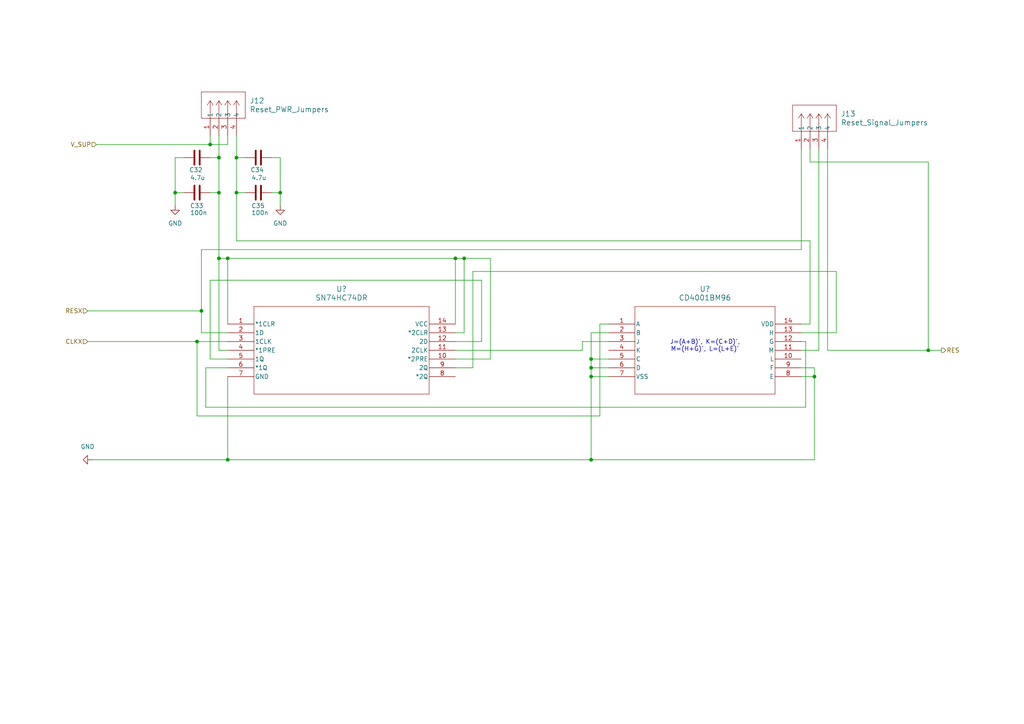
<source format=kicad_sch>
(kicad_sch (version 20231120) (generator "eeschema") (generator_version "8.0")
  (paper "A4")
  (lib_symbols
    (symbol "2x2Header:TSM-102-01-L-DV-P-TR" (pin_names (offset 0.254))
      (property "Reference" "J" (at 8.89 6.35 0))
      (property "Value" "TSM-102-01-L-DV-P-TR" (at 0 0 0))
      (symbol "TSM-102-01-L-DV-P-TR_1_1"
        (polyline (pts (xy 5.08 -10.16) (xy 12.7 -10.16)) (stroke (width 0.127)))
        (polyline (pts (xy 5.08 2.54) (xy 5.08 -10.16)) (stroke (width 0.127)))
        (polyline (pts (xy 10.16 -7.62) (xy 5.08 -7.62)) (stroke (width 0.127)))
        (polyline (pts (xy 10.16 -7.62) (xy 8.89 -8.4667)) (stroke (width 0.127)))
        (polyline (pts (xy 10.16 -7.62) (xy 8.89 -6.7733)) (stroke (width 0.127)))
        (polyline (pts (xy 10.16 -5.08) (xy 5.08 -5.08)) (stroke (width 0.127)))
        (polyline (pts (xy 10.16 -5.08) (xy 8.89 -5.9267)) (stroke (width 0.127)))
        (polyline (pts (xy 10.16 -5.08) (xy 8.89 -4.2333)) (stroke (width 0.127)))
        (polyline (pts (xy 10.16 -2.54) (xy 5.08 -2.54)) (stroke (width 0.127)))
        (polyline (pts (xy 10.16 -2.54) (xy 8.89 -3.3867)) (stroke (width 0.127)))
        (polyline (pts (xy 10.16 -2.54) (xy 8.89 -1.6933)) (stroke (width 0.127)))
        (polyline (pts (xy 10.16 0) (xy 5.08 0)) (stroke (width 0.127)))
        (polyline (pts (xy 10.16 0) (xy 8.89 -0.8467)) (stroke (width 0.127)))
        (polyline (pts (xy 10.16 0) (xy 8.89 0.8467)) (stroke (width 0.127)))
        (polyline (pts (xy 12.7 -10.16) (xy 12.7 2.54)) (stroke (width 0.127)))
        (polyline (pts (xy 12.7 2.54) (xy 5.08 2.54)) (stroke (width 0.127)))
        (pin unspecified line (at 0 0 0) (length 5.08) (name "1") (number "1"))
        (pin unspecified line (at 0 -2.54 0) (length 5.08) (name "2") (number "2"))
        (pin unspecified line (at 0 -5.08 0) (length 5.08) (name "3") (number "3"))
        (pin unspecified line (at 0 -7.62 0) (length 5.08) (name "4") (number "4"))
      )
      (symbol "TSM-102-01-L-DV-P-TR_1_2"
        (polyline (pts (xy 5.08 -10.16) (xy 12.7 -10.16)) (stroke (width 0.127)))
        (polyline (pts (xy 5.08 2.54) (xy 5.08 -10.16)) (stroke (width 0.127)))
        (polyline (pts (xy 7.62 -7.62) (xy 5.08 -7.62)) (stroke (width 0.127)))
        (polyline (pts (xy 7.62 -7.62) (xy 8.89 -8.4667)) (stroke (width 0.127)))
        (polyline (pts (xy 7.62 -7.62) (xy 8.89 -6.7733)) (stroke (width 0.127)))
        (polyline (pts (xy 7.62 -5.08) (xy 5.08 -5.08)) (stroke (width 0.127)))
        (polyline (pts (xy 7.62 -5.08) (xy 8.89 -5.9267)) (stroke (width 0.127)))
        (polyline (pts (xy 7.62 -5.08) (xy 8.89 -4.2333)) (stroke (width 0.127)))
        (polyline (pts (xy 7.62 -2.54) (xy 5.08 -2.54)) (stroke (width 0.127)))
        (polyline (pts (xy 7.62 -2.54) (xy 8.89 -3.3867)) (stroke (width 0.127)))
        (polyline (pts (xy 7.62 -2.54) (xy 8.89 -1.6933)) (stroke (width 0.127)))
        (polyline (pts (xy 7.62 0) (xy 5.08 0)) (stroke (width 0.127)))
        (polyline (pts (xy 7.62 0) (xy 8.89 -0.8467)) (stroke (width 0.127)))
        (polyline (pts (xy 7.62 0) (xy 8.89 0.8467)) (stroke (width 0.127)))
        (polyline (pts (xy 12.7 -10.16) (xy 12.7 2.54)) (stroke (width 0.127)))
        (polyline (pts (xy 12.7 2.54) (xy 5.08 2.54)) (stroke (width 0.127)))
        (pin unspecified line (at 0 0 0) (length 5.08) (name "1") (number "1"))
        (pin unspecified line (at 0 -2.54 0) (length 5.08) (name "2") (number "2"))
        (pin unspecified line (at 0 -5.08 0) (length 5.08) (name "3") (number "3"))
        (pin unspecified line (at 0 -7.62 0) (length 5.08) (name "4") (number "4"))
      )
    )
    (symbol "Device:C" (pin_numbers hide) (pin_names (offset 0.254))
      (property "Reference" "C" (at 0.635 2.54 0))
      (property "Value" "C" (at 0.635 -2.54 0))
      (symbol "C_0_1"
        (polyline (pts (xy -2.032 -0.762) (xy 2.032 -0.762)) (stroke (width 0.508)))
        (polyline (pts (xy -2.032 0.762) (xy 2.032 0.762)) (stroke (width 0.508)))
      )
      (symbol "C_1_1"
        (pin passive line (at 0 3.81 270) (length 2.794) (name "~") (number "1"))
        (pin passive line (at 0 -3.81 90) (length 2.794) (name "~") (number "2"))
      )
    )
    (symbol "flip_flop:SN74HC74DR" (pin_names (offset 0.254))
      (property "Reference" "U" (at 33.02 10.16 0))
      (property "Value" "SN74HC74DR" (at 33.02 7.62 0))
      (symbol "SN74HC74DR_1_1"
        (polyline (pts (xy 7.62 -20.32) (xy 58.42 -20.32)) (stroke (width 0.127)))
        (polyline (pts (xy 7.62 5.08) (xy 7.62 -20.32)) (stroke (width 0.127)))
        (polyline (pts (xy 58.42 -20.32) (xy 58.42 5.08)) (stroke (width 0.127)))
        (polyline (pts (xy 58.42 5.08) (xy 7.62 5.08)) (stroke (width 0.127)))
        (pin input line (at 0 0 0) (length 7.62) (name "*1CLR") (number "1"))
        (pin input line (at 66.04 -10.16 180) (length 7.62) (name "*2PRE") (number "10"))
        (pin input line (at 66.04 -7.62 180) (length 7.62) (name "2CLK") (number "11"))
        (pin input line (at 66.04 -5.08 180) (length 7.62) (name "2D") (number "12"))
        (pin input line (at 66.04 -2.54 180) (length 7.62) (name "*2CLR") (number "13"))
        (pin power_in line (at 66.04 0 180) (length 7.62) (name "VCC") (number "14"))
        (pin input line (at 0 -2.54 0) (length 7.62) (name "1D") (number "2"))
        (pin input line (at 0 -5.08 0) (length 7.62) (name "1CLK") (number "3"))
        (pin input line (at 0 -7.62 0) (length 7.62) (name "*1PRE") (number "4"))
        (pin output line (at 0 -10.16 0) (length 7.62) (name "1Q") (number "5"))
        (pin output line (at 0 -12.7 0) (length 7.62) (name "*1Q") (number "6"))
        (pin power_in line (at 0 -15.24 0) (length 7.62) (name "GND") (number "7"))
        (pin output line (at 66.04 -15.24 180) (length 7.62) (name "*2Q") (number "8"))
        (pin output line (at 66.04 -12.7 180) (length 7.62) (name "2Q") (number "9"))
      )
    )
    (symbol "nor_gate:CD4001BM96" (pin_names (offset 0.254))
      (property "Reference" "U" (at 27.94 10.16 0))
      (property "Value" "CD4001BM96" (at 27.94 7.62 0))
      (symbol "CD4001BM96_1_1"
        (polyline (pts (xy 7.62 -20.32) (xy 48.26 -20.32)) (stroke (width 0.127)))
        (polyline (pts (xy 7.62 5.08) (xy 7.62 -20.32)) (stroke (width 0.127)))
        (polyline (pts (xy 48.26 -20.32) (xy 48.26 5.08)) (stroke (width 0.127)))
        (polyline (pts (xy 48.26 5.08) (xy 7.62 5.08)) (stroke (width 0.127)))
        (pin unspecified line (at 0 0 0) (length 7.62) (name "A") (number "1"))
        (pin unspecified line (at 55.88 -10.16 180) (length 7.62) (name "L") (number "10"))
        (pin unspecified line (at 55.88 -7.62 180) (length 7.62) (name "M") (number "11"))
        (pin unspecified line (at 55.88 -5.08 180) (length 7.62) (name "G") (number "12"))
        (pin unspecified line (at 55.88 -2.54 180) (length 7.62) (name "H") (number "13"))
        (pin power_in line (at 55.88 0 180) (length 7.62) (name "VDD") (number "14"))
        (pin unspecified line (at 0 -2.54 0) (length 7.62) (name "B") (number "2"))
        (pin unspecified line (at 0 -5.08 0) (length 7.62) (name "J") (number "3"))
        (pin unspecified line (at 0 -7.62 0) (length 7.62) (name "K") (number "4"))
        (pin unspecified line (at 0 -10.16 0) (length 7.62) (name "C") (number "5"))
        (pin unspecified line (at 0 -12.7 0) (length 7.62) (name "D") (number "6"))
        (pin power_in line (at 0 -15.24 0) (length 7.62) (name "VSS") (number "7"))
        (pin unspecified line (at 55.88 -15.24 180) (length 7.62) (name "E") (number "8"))
        (pin unspecified line (at 55.88 -12.7 180) (length 7.62) (name "F") (number "9"))
      )
    )
    (symbol "power:GND" (power) (pin_numbers hide) (pin_names (offset 0) hide)
      (property "Value" "GND" (at 0 -3.81 0))
      (symbol "GND_0_1"
        (polyline (pts (xy 0 0) (xy 0 -1.27) (xy 1.27 -1.27) (xy 0 -2.54) (xy -1.27 -1.27) (xy 0 -1.27)))
      )
      (symbol "GND_1_1"
        (pin power_in line (at 0 0 270) (length 0) (name "~") (number "1"))
      )
    )
  )
  (junction (at 63.5 45.72))
  (junction (at 63.5 55.88))
  (junction (at 68.58 45.72))
  (junction (at 66.04 74.93))
  (junction (at 269.24 101.6))
  (junction (at 134.62 74.93))
  (junction (at 236.22 109.22))
  (junction (at 60.96 41.91))
  (junction (at 68.58 55.88))
  (junction (at 58.42 90.17))
  (junction (at 132.08 74.93))
  (junction (at 81.28 55.88))
  (junction (at 50.8 55.88))
  (junction (at 66.04 133.35))
  (junction (at 171.45 109.22))
  (junction (at 171.45 106.68))
  (junction (at 57.15 99.06))
  (junction (at 171.45 104.14))
  (junction (at 63.5 74.93))
  (junction (at 171.45 133.35))
  (wire (pts (xy 57.15 99.06) (xy 57.15 120.65)))
  (wire (pts (xy 132.08 106.68) (xy 137.16 106.68)))
  (wire (pts (xy 171.45 106.68) (xy 171.45 109.22)))
  (wire (pts (xy 60.96 55.88) (xy 63.5 55.88)))
  (wire (pts (xy 66.04 101.6) (xy 63.5 101.6)))
  (wire (pts (xy 63.5 74.93) (xy 66.04 74.93)))
  (wire (pts (xy 57.15 99.06) (xy 66.04 99.06)))
  (wire (pts (xy 63.5 39.37) (xy 63.5 45.72)))
  (wire (pts (xy 171.45 109.22) (xy 176.53 109.22)))
  (wire (pts (xy 66.04 41.91) (xy 60.96 41.91)))
  (wire (pts (xy 81.28 45.72) (xy 81.28 55.88)))
  (wire (pts (xy 78.74 55.88) (xy 81.28 55.88)))
  (wire (pts (xy 63.5 101.6) (xy 63.5 74.93)))
  (wire (pts (xy 232.41 72.39) (xy 58.42 72.39)))
  (wire (pts (xy 66.04 133.35) (xy 66.04 109.22)))
  (wire (pts (xy 60.96 81.28) (xy 60.96 104.14)))
  (wire (pts (xy 26.67 133.35) (xy 66.04 133.35)))
  (wire (pts (xy 269.24 46.99) (xy 269.24 101.6)))
  (wire (pts (xy 171.45 106.68) (xy 176.53 106.68)))
  (wire (pts (xy 142.24 104.14) (xy 142.24 74.93)))
  (wire (pts (xy 132.08 99.06) (xy 139.7 99.06)))
  (wire (pts (xy 25.4 90.17) (xy 58.42 90.17)))
  (wire (pts (xy 132.08 96.52) (xy 134.62 96.52)))
  (wire (pts (xy 132.08 104.14) (xy 142.24 104.14)))
  (wire (pts (xy 60.96 104.14) (xy 66.04 104.14)))
  (wire (pts (xy 173.99 93.98) (xy 176.53 93.98)))
  (wire (pts (xy 139.7 81.28) (xy 60.96 81.28)))
  (wire (pts (xy 59.69 106.68) (xy 59.69 118.11)))
  (wire (pts (xy 27.94 41.91) (xy 60.96 41.91)))
  (wire (pts (xy 232.41 106.68) (xy 236.22 106.68)))
  (wire (pts (xy 171.45 104.14) (xy 176.53 104.14)))
  (wire (pts (xy 132.08 101.6) (xy 168.91 101.6)))
  (wire (pts (xy 68.58 55.88) (xy 71.12 55.88)))
  (wire (pts (xy 68.58 45.72) (xy 68.58 55.88)))
  (wire (pts (xy 232.41 43.18) (xy 232.41 72.39)))
  (wire (pts (xy 240.03 101.6) (xy 240.03 43.18)))
  (wire (pts (xy 233.68 118.11) (xy 233.68 99.06)))
  (wire (pts (xy 232.41 109.22) (xy 236.22 109.22)))
  (wire (pts (xy 232.41 93.98) (xy 234.95 93.98)))
  (wire (pts (xy 60.96 41.91) (xy 60.96 39.37)))
  (wire (pts (xy 137.16 106.68) (xy 137.16 78.74)))
  (wire (pts (xy 171.45 96.52) (xy 171.45 104.14)))
  (wire (pts (xy 236.22 109.22) (xy 236.22 133.35)))
  (wire (pts (xy 269.24 101.6) (xy 273.05 101.6)))
  (wire (pts (xy 57.15 120.65) (xy 173.99 120.65)))
  (wire (pts (xy 66.04 74.93) (xy 66.04 93.98)))
  (wire (pts (xy 234.95 46.99) (xy 269.24 46.99)))
  (wire (pts (xy 269.24 101.6) (xy 240.03 101.6)))
  (wire (pts (xy 50.8 55.88) (xy 53.34 55.88)))
  (wire (pts (xy 134.62 74.93) (xy 142.24 74.93)))
  (wire (pts (xy 137.16 78.74) (xy 242.57 78.74)))
  (wire (pts (xy 66.04 39.37) (xy 66.04 41.91)))
  (wire (pts (xy 171.45 133.35) (xy 236.22 133.35)))
  (wire (pts (xy 68.58 55.88) (xy 68.58 69.85)))
  (wire (pts (xy 132.08 74.93) (xy 134.62 74.93)))
  (wire (pts (xy 234.95 43.18) (xy 234.95 46.99)))
  (wire (pts (xy 134.62 96.52) (xy 134.62 74.93)))
  (wire (pts (xy 234.95 69.85) (xy 234.95 93.98)))
  (wire (pts (xy 60.96 45.72) (xy 63.5 45.72)))
  (wire (pts (xy 25.4 99.06) (xy 57.15 99.06)))
  (wire (pts (xy 63.5 45.72) (xy 63.5 55.88)))
  (wire (pts (xy 242.57 78.74) (xy 242.57 96.52)))
  (wire (pts (xy 232.41 101.6) (xy 237.49 101.6)))
  (wire (pts (xy 59.69 118.11) (xy 233.68 118.11)))
  (wire (pts (xy 68.58 45.72) (xy 71.12 45.72)))
  (wire (pts (xy 66.04 74.93) (xy 132.08 74.93)))
  (wire (pts (xy 58.42 96.52) (xy 66.04 96.52)))
  (wire (pts (xy 236.22 106.68) (xy 236.22 109.22)))
  (wire (pts (xy 237.49 101.6) (xy 237.49 43.18)))
  (wire (pts (xy 58.42 72.39) (xy 58.42 90.17)))
  (wire (pts (xy 53.34 45.72) (xy 50.8 45.72)))
  (wire (pts (xy 50.8 59.69) (xy 50.8 55.88)))
  (wire (pts (xy 139.7 99.06) (xy 139.7 81.28)))
  (wire (pts (xy 68.58 69.85) (xy 234.95 69.85)))
  (wire (pts (xy 171.45 109.22) (xy 171.45 133.35)))
  (wire (pts (xy 176.53 96.52) (xy 171.45 96.52)))
  (wire (pts (xy 171.45 104.14) (xy 171.45 106.68)))
  (wire (pts (xy 58.42 90.17) (xy 58.42 96.52)))
  (wire (pts (xy 78.74 45.72) (xy 81.28 45.72)))
  (wire (pts (xy 66.04 106.68) (xy 59.69 106.68)))
  (wire (pts (xy 68.58 39.37) (xy 68.58 45.72)))
  (wire (pts (xy 233.68 99.06) (xy 232.41 99.06)))
  (wire (pts (xy 63.5 55.88) (xy 63.5 74.93)))
  (wire (pts (xy 132.08 74.93) (xy 132.08 93.98)))
  (wire (pts (xy 176.53 99.06) (xy 168.91 99.06)))
  (wire (pts (xy 50.8 45.72) (xy 50.8 55.88)))
  (wire (pts (xy 168.91 101.6) (xy 168.91 99.06)))
  (wire (pts (xy 66.04 133.35) (xy 171.45 133.35)))
  (wire (pts (xy 81.28 59.69) (xy 81.28 55.88)))
  (wire (pts (xy 173.99 120.65) (xy 173.99 93.98)))
  (wire (pts (xy 242.57 96.52) (xy 232.41 96.52)))
  (text "J=(A+B)', K=(C+D)',\nM=(H+G)', L=(L+E)'" (at 204.47 100.33 0) (effects (font (size 1.27 1.27))))
  (hierarchical_label "RES" (shape output) (at 273.05 101.6 0))
  (hierarchical_label "V_SUP" (shape input) (at 27.94 41.91 180))
  (hierarchical_label "CLKX" (shape input) (at 25.4 99.06 180))
  (hierarchical_label "RESX" (shape input) (at 25.4 90.17 180))
  (symbol (lib_id "power:GND") (at 26.67 133.35 270) (unit 1)
    (property "Reference" "#PWR02" (effects (hide yes)))
    (property "Value" "GND" (at 25.4 129.54 90))
    (property "Description" "Power symbol creates a global label with name \"GND\" , ground" (effects (hide yes)))
  )
  (symbol (lib_id "2x2Header:TSM-102-01-L-DV-P-TR") (at 60.96 39.37 90) (unit 1) (exclude_from_sim yes)
    (property "Reference" "J12" (at 72.39 29.2099 90) (effects (font (size 1.524 1.524)) (justify right)))
    (property "Value" "Reset_PWR_Jumpers" (at 72.39 31.7499 90) (effects (font (size 1.524 1.524)) (justify right)))
    (property "Footprint" "CONN_TSM-102-01-L-DV-P-TR_SAI" (effects (hide yes)))
    (property "Datasheet" "TSM-102-01-L-DV-P-TR" (effects (hide yes)))
  )
  (symbol (lib_id "nor_gate:CD4001BM96") (at 176.53 93.98 0) (unit 1) (exclude_from_sim yes)
    (property "Reference" "U?" (at 204.47 83.82 0) (effects (font (size 1.524 1.524))))
    (property "Value" "CD4001BM96" (at 204.47 86.36 0) (effects (font (size 1.524 1.524))))
    (property "Footprint" "ECE628_lib:nor_gate_D14" (effects (hide yes)))
    (property "Datasheet" "CD4001BM96" (effects (hide yes)))
  )
  (symbol (lib_id "Device:C") (at 74.93 55.88 270) (unit 1)
    (property "Reference" "C35" (at 72.898 59.69 90) (effects (justify left)))
    (property "Value" "100n" (at 72.898 61.722 90) (effects (justify left)))
    (property "Footprint" "Capacitor_SMD:C_0402_1005Metric" (effects (hide yes)))
    (property "Description" "Unpolarized capacitor" (effects (hide yes)))
  )
  (symbol (lib_id "flip_flop:SN74HC74DR") (at 66.04 93.98 0) (unit 1) (exclude_from_sim yes)
    (property "Reference" "U?" (at 99.06 83.82 0) (effects (font (size 1.524 1.524))))
    (property "Value" "SN74HC74DR" (at 99.06 86.36 0) (effects (font (size 1.524 1.524))))
    (property "Footprint" "ECE628_lib:flip_flop_D14" (effects (hide yes)))
    (property "Datasheet" "SN74HC74DR" (effects (hide yes)))
  )
  (symbol (lib_id "power:GND") (at 81.28 59.69 0) (unit 1)
    (property "Reference" "#PWR024" (effects (hide yes)))
    (property "Value" "GND" (at 81.28 64.77 0))
    (property "Description" "Power symbol creates a global label with name \"GND\" , ground" (effects (hide yes)))
  )
  (symbol (lib_id "Device:C") (at 57.15 45.72 270) (unit 1)
    (property "Reference" "C32" (at 54.864 49.276 90) (effects (justify left)))
    (property "Value" "4.7u" (at 55.118 51.562 90) (effects (justify left)))
    (property "Footprint" "Capacitor_SMD:C_0603_1608Metric" (effects (hide yes)))
    (property "Description" "Unpolarized capacitor" (effects (hide yes)))
  )
  (symbol (lib_id "Device:C") (at 57.15 55.88 270) (unit 1)
    (property "Reference" "C33" (at 55.118 59.69 90) (effects (justify left)))
    (property "Value" "100n" (at 55.118 61.722 90) (effects (justify left)))
    (property "Footprint" "Capacitor_SMD:C_0402_1005Metric" (effects (hide yes)))
    (property "Description" "Unpolarized capacitor" (effects (hide yes)))
  )
  (symbol (lib_id "power:GND") (at 50.8 59.69 0) (unit 1)
    (property "Reference" "#PWR023" (effects (hide yes)))
    (property "Value" "GND" (at 50.8 64.77 0))
    (property "Description" "Power symbol creates a global label with name \"GND\" , ground" (effects (hide yes)))
  )
  (symbol (lib_id "Device:C") (at 74.93 45.72 270) (unit 1)
    (property "Reference" "C34" (at 72.644 49.276 90) (effects (justify left)))
    (property "Value" "4.7u" (at 72.898 51.562 90) (effects (justify left)))
    (property "Footprint" "Capacitor_SMD:C_0603_1608Metric" (effects (hide yes)))
    (property "Description" "Unpolarized capacitor" (effects (hide yes)))
  )
  (symbol (lib_id "2x2Header:TSM-102-01-L-DV-P-TR") (at 232.41 43.18 90) (unit 1) (exclude_from_sim yes)
    (property "Reference" "J13" (at 243.84 33.0199 90) (effects (font (size 1.524 1.524)) (justify right)))
    (property "Value" "Reset_Signal_Jumpers" (at 243.84 35.5599 90) (effects (font (size 1.524 1.524)) (justify right)))
    (property "Footprint" "CONN_TSM-102-01-L-DV-P-TR_SAI" (effects (hide yes)))
    (property "Datasheet" "TSM-102-01-L-DV-P-TR" (effects (hide yes)))
  )
)
</source>
